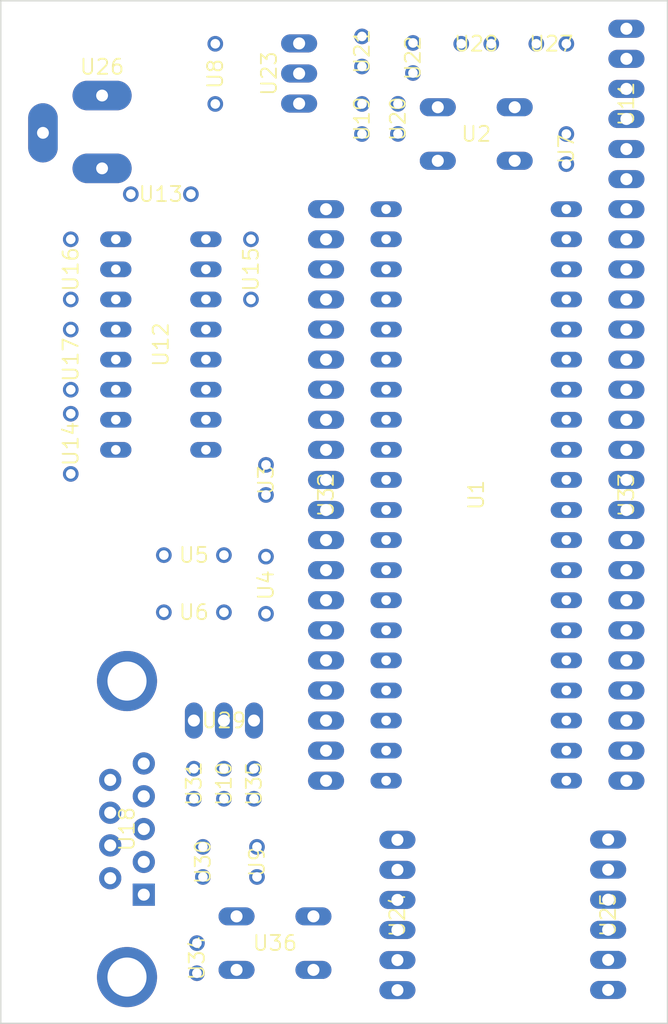
<source format=kicad_pcb>
(kicad_pcb (version 20221018) (generator pcbnew)
  (layers (0 "F.Cu" signal "Top") (31 "B.Cu" signal "Bottom") (34 "B.Paste" user) (35 "F.Paste" user) (36 "B.SilkS" user "B.Silkscreen") (37 "F.SilkS" user "F.Silkscreen") (38 "B.Mask" user) (39 "F.Mask" user) (44 "Edge.Cuts" user))
  (net 0 "")
  (net 1 "Net-(IC3-Pad40)")
  (net 2 "Net-(IC3-Pad39)")
  (net 3 "Net-(IC3-Pad38)")
  (net 4 "Net-(IC3-Pad37)")
  (net 5 "Net-(IC3-Pad36)")
  (net 6 "Net-(IC3-Pad35)")
  (net 7 "/MRF_INT")
  (net 8 "Net-(IC3-Pad33)")
  (net 9 "/3.3V_SRC")
  (net 10 "GND")
  (net 11 "Net-(IC3-Pad30)")
  (net 12 "Net-(IC3-Pad29)")
  (net 13 "Net-(IC3-Pad28)")
  (net 14 "Net-(IC3-Pad27)")
  (net 15 "/N$17")
  (net 16 "/N$21")
  (net 17 "/MRF_SDO")
  (net 18 "/MRF_SDI")
  (net 19 "Net-(IC3-Pad22)")
  (net 20 "Net-(IC3-Pad21)")
  (net 21 "Net-(IC3-Pad20)")
  (net 22 "Net-(IC3-Pad19)")
  (net 23 "/MRF_SCK")
  (net 24 "/MRF_CS")
  (net 25 "/MRF_WAKE")
  (net 26 "/MRF_RESET")
  (net 27 "/OSC2")
  (net 28 "/OS1")
  (net 29 "Net-(IC3-Pad10)")
  (net 30 "Net-(IC3-Pad9)")
  (net 31 "Net-(IC3-Pad8)")
  (net 32 "Net-(IC3-Pad7)")
  (net 33 "Net-(IC3-Pad6)")
  (net 34 "Net-(IC3-Pad5)")
  (net 35 "Net-(IC3-Pad4)")
  (net 36 "Net-(IC3-Pad3)")
  (net 37 "Net-(IC3-Pad2)")
  (net 38 "Net-(IC3-Pad1)")
  (net 39 "Net-(S1-Pad4)")
  (net 40 "Net-(S1-Pad2)")
  (net 41 "Net-(C6-Pad1)")
  (net 42 "Net-(LED3-PadA)")
  (net 43 "Net-(R5-Pad1)")
  (net 44 "Net-(JP3-Pad6)")
  (net 45 "Net-(IC2-Pad14)")
  (net 46 "Net-(IC2-Pad13)")
  (net 47 "Net-(IC2-Pad12)")
  (net 48 "Net-(IC2-Pad11)")
  (net 49 "Net-(C5-Pad2)")
  (net 50 "Net-(C2-Pad2)")
  (net 51 "Net-(C5-Pad1)")
  (net 52 "Net-(C4-Pad2)")
  (net 53 "Net-(IC2-Pad8)")
  (net 54 "Net-(IC2-Pad7)")
  (net 55 "Net-(C1-Pad1)")
  (net 56 "Net-(C4-Pad1)")
  (net 57 "Net-(X1-Pad9)")
  (net 58 "Net-(X1-Pad7)")
  (net 59 "Net-(X1-Pad1)")
  (net 60 "Net-(IC4-Pad1)")
  (net 61 "Net-(R8-Pad1)")
  (net 62 "Net-(JP4-Pad4)")
  (net 63 "Net-(X3-Pad3)")
  (net 64 "Net-(LED1-PadA)")
  (net 65 "Net-(R2-Pad1)")
  (net 66 "Net-(R6-Pad1)")
  (net 67 "Net-(LED2-PadA)")
  (net 68 "Net-(R1-Pad1)")
  (net 69 "Net-(S2-Pad4)")
  (net 70 "Net-(S2-Pad2)")
  (footprint "picDevBoard:DIL40" (layer "F.Cu") (at 160.520378 103.560879 -90)
    (fp_text reference "U1" (at 0 0 270) (layer "F.SilkS") (effects (font (size 1.27 1.27))))
    (fp_text value "" (at 0 0 270) (layer "F.SilkS") (effects (font (size 1.27 1.27))))
    (pad "1" thru_hole oval (at -24.13 7.62) (size 2.6416 1.3208) (drill 0.8128) (layers *.Cu *.Mask) (net 38 "Net-(IC3-Pad1)"))
    (pad "2" thru_hole oval (at -21.59 7.62) (size 2.6416 1.3208) (drill 0.8128) (layers *.Cu *.Mask) (net 37 "Net-(IC3-Pad2)"))
    (pad "3" thru_hole oval (at -19.05 7.62) (size 2.6416 1.3208) (drill 0.8128) (layers *.Cu *.Mask) (net 36 "Net-(IC3-Pad3)"))
    (pad "4" thru_hole oval (at -16.51 7.62) (size 2.6416 1.3208) (drill 0.8128) (layers *.Cu *.Mask) (net 35 "Net-(IC3-Pad4)"))
    (pad "5" thru_hole oval (at -13.97 7.62) (size 2.6416 1.3208) (drill 0.8128) (layers *.Cu *.Mask) (net 34 "Net-(IC3-Pad5)"))
    (pad "6" thru_hole oval (at -11.43 7.62) (size 2.6416 1.3208) (drill 0.8128) (layers *.Cu *.Mask) (net 33 "Net-(IC3-Pad6)"))
    (pad "7" thru_hole oval (at -8.89 7.62) (size 2.6416 1.3208) (drill 0.8128) (layers *.Cu *.Mask) (net 32 "Net-(IC3-Pad7)"))
    (pad "8" thru_hole oval (at -6.35 7.62) (size 2.6416 1.3208) (drill 0.8128) (layers *.Cu *.Mask) (net 31 "Net-(IC3-Pad8)"))
    (pad "9" thru_hole oval (at -3.81 7.62) (size 2.6416 1.3208) (drill 0.8128) (layers *.Cu *.Mask) (net 30 "Net-(IC3-Pad9)"))
    (pad "10" thru_hole oval (at -1.27 7.62) (size 2.6416 1.3208) (drill 0.8128) (layers *.Cu *.Mask) (net 29 "Net-(IC3-Pad10)"))
    (pad "11" thru_hole oval (at 1.27 7.62) (size 2.6416 1.3208) (drill 0.8128) (layers *.Cu *.Mask) (net 9 "/3.3V_SRC"))
    (pad "12" thru_hole oval (at 3.81 7.62) (size 2.6416 1.3208) (drill 0.8128) (layers *.Cu *.Mask) (net 10 "GND"))
    (pad "13" thru_hole oval (at 6.35 7.62) (size 2.6416 1.3208) (drill 0.8128) (layers *.Cu *.Mask) (net 28 "/OS1"))
    (pad "14" thru_hole oval (at 8.89 7.62) (size 2.6416 1.3208) (drill 0.8128) (layers *.Cu *.Mask) (net 27 "/OSC2"))
    (pad "15" thru_hole oval (at 11.43 7.62) (size 2.6416 1.3208) (drill 0.8128) (layers *.Cu *.Mask) (net 26 "/MRF_RESET"))
    (pad "16" thru_hole oval (at 13.97 7.62) (size 2.6416 1.3208) (drill 0.8128) (layers *.Cu *.Mask) (net 25 "/MRF_WAKE"))
    (pad "17" thru_hole oval (at 16.51 7.62) (size 2.6416 1.3208) (drill 0.8128) (layers *.Cu *.Mask) (net 24 "/MRF_CS"))
    (pad "18" thru_hole oval (at 19.05 7.62) (size 2.6416 1.3208) (drill 0.8128) (layers *.Cu *.Mask) (net 23 "/MRF_SCK"))
    (pad "19" thru_hole oval (at 21.59 7.62) (size 2.6416 1.3208) (drill 0.8128) (layers *.Cu *.Mask) (net 22 "Net-(IC3-Pad19)"))
    (pad "20" thru_hole oval (at 24.13 7.62) (size 2.6416 1.3208) (drill 0.8128) (layers *.Cu *.Mask) (net 21 "Net-(IC3-Pad20)"))
    (pad "21" thru_hole oval (at 24.13 -7.62) (size 2.6416 1.3208) (drill 0.8128) (layers *.Cu *.Mask) (net 20 "Net-(IC3-Pad21)"))
    (pad "22" thru_hole oval (at 21.59 -7.62) (size 2.6416 1.3208) (drill 0.8128) (layers *.Cu *.Mask) (net 19 "Net-(IC3-Pad22)"))
    (pad "23" thru_hole oval (at 19.05 -7.62) (size 2.6416 1.3208) (drill 0.8128) (layers *.Cu *.Mask) (net 18 "/MRF_SDI"))
    (pad "24" thru_hole oval (at 16.51 -7.62) (size 2.6416 1.3208) (drill 0.8128) (layers *.Cu *.Mask) (net 17 "/MRF_SDO"))
    (pad "25" thru_hole oval (at 13.97 -7.62) (size 2.6416 1.3208) (drill 0.8128) (layers *.Cu *.Mask) (net 16 "/N$21"))
    (pad "26" thru_hole oval (at 11.43 -7.62) (size 2.6416 1.3208) (drill 0.8128) (layers *.Cu *.Mask) (net 15 "/N$17"))
    (pad "27" thru_hole oval (at 8.89 -7.62) (size 2.6416 1.3208) (drill 0.8128) (layers *.Cu *.Mask) (net 14 "Net-(IC3-Pad27)"))
    (pad "28" thru_hole oval (at 6.35 -7.62) (size 2.6416 1.3208) (drill 0.8128) (layers *.Cu *.Mask) (net 13 "Net-(IC3-Pad28)"))
    (pad "29" thru_hole oval (at 3.81 -7.62) (size 2.6416 1.3208) (drill 0.8128) (layers *.Cu *.Mask) (net 12 "Net-(IC3-Pad29)"))
    (pad "30" thru_hole oval (at 1.27 -7.62) (size 2.6416 1.3208) (drill 0.8128) (layers *.Cu *.Mask) (net 11 "Net-(IC3-Pad30)"))
    (pad "31" thru_hole oval (at -1.27 -7.62) (size 2.6416 1.3208) (drill 0.8128) (layers *.Cu *.Mask) (net 10 "GND"))
    (pad "32" thru_hole oval (at -3.81 -7.62) (size 2.6416 1.3208) (drill 0.8128) (layers *.Cu *.Mask) (net 9 "/3.3V_SRC"))
    (pad "33" thru_hole oval (at -6.35 -7.62) (size 2.6416 1.3208) (drill 0.8128) (layers *.Cu *.Mask) (net 8 "Net-(IC3-Pad33)"))
    (pad "34" thru_hole oval (at -8.89 -7.62) (size 2.6416 1.3208) (drill 0.8128) (layers *.Cu *.Mask) (net 7 "/MRF_INT"))
    (pad "35" thru_hole oval (at -11.43 -7.62) (size 2.6416 1.3208) (drill 0.8128) (layers *.Cu *.Mask) (net 6 "Net-(IC3-Pad35)"))
    (pad "36" thru_hole oval (at -13.97 -7.62) (size 2.6416 1.3208) (drill 0.8128) (layers *.Cu *.Mask) (net 5 "Net-(IC3-Pad36)"))
    (pad "37" thru_hole oval (at -16.51 -7.62) (size 2.6416 1.3208) (drill 0.8128) (layers *.Cu *.Mask) (net 4 "Net-(IC3-Pad37)"))
    (pad "38" thru_hole oval (at -19.05 -7.62) (size 2.6416 1.3208) (drill 0.8128) (layers *.Cu *.Mask) (net 3 "Net-(IC3-Pad38)"))
    (pad "39" thru_hole oval (at -21.59 -7.62) (size 2.6416 1.3208) (drill 0.8128) (layers *.Cu *.Mask) (net 2 "Net-(IC3-Pad39)"))
    (pad "40" thru_hole oval (at -24.13 -7.62) (size 2.6416 1.3208) (drill 0.8128) (layers *.Cu *.Mask) (net 1 "Net-(IC3-Pad40)"))
  )
  (footprint "picDevBoard:B3F-10XX" (layer "F.Cu") (at 160.520378 73.080879)
    (fp_text reference "U2" (at 0 0) (layer "F.SilkS") (effects (font (size 1.27 1.27))))
    (fp_text value "" (at 0 0) (layer "F.SilkS") (effects (font (size 1.27 1.27))))
    (pad "1" thru_hole oval (at -3.2512 -2.2606) (size 3.048 1.524) (drill 1.016) (layers *.Cu *.Mask) (net 10 "GND"))
    (pad "2" thru_hole oval (at 3.2512 -2.2606) (size 3.048 1.524) (drill 1.016) (layers *.Cu *.Mask) (net 40 "Net-(S1-Pad2)"))
    (pad "3" thru_hole oval (at -3.2512 2.2606) (size 3.048 1.524) (drill 1.016) (layers *.Cu *.Mask) (net 38 "Net-(IC3-Pad1)"))
    (pad "4" thru_hole oval (at 3.2512 2.2606) (size 3.048 1.524) (drill 1.016) (layers *.Cu *.Mask) (net 39 "Net-(S1-Pad4)"))
  )
  (footprint "picDevBoard:C025-024X044" (layer "F.Cu") (at 142.740378 102.290879 -90)
    (fp_text reference "U3" (at 0 0 270) (layer "F.SilkS") (effects (font (size 1.27 1.27))))
    (fp_text value "" (at 0 0 270) (layer "F.SilkS") (effects (font (size 1.27 1.27))))
    (pad "1" thru_hole circle (at -1.27 0 270) (size 1.3208 1.3208) (drill 0.8128) (layers *.Cu *.Mask) (net 9 "/3.3V_SRC"))
    (pad "2" thru_hole circle (at 1.27 0 270) (size 1.3208 1.3208) (drill 0.8128) (layers *.Cu *.Mask) (net 10 "GND"))
  )
  (footprint "picDevBoard:HC49_S" (layer "F.Cu") (at 142.740378 111.180879 -90)
    (fp_text reference "U4" (at 0 0 270) (layer "F.SilkS") (effects (font (size 1.27 1.27))))
    (fp_text value "" (at 0 0 270) (layer "F.SilkS") (effects (font (size 1.27 1.27))))
    (pad "1" thru_hole circle (at -2.413 0 270) (size 1.3208 1.3208) (drill 0.8128) (layers *.Cu *.Mask) (net 28 "/OS1"))
    (pad "2" thru_hole circle (at 2.413 0 270) (size 1.3208 1.3208) (drill 0.8128) (layers *.Cu *.Mask) (net 27 "/OSC2"))
  )
  (footprint "picDevBoard:C050-024X044" (layer "F.Cu") (at 136.644378 108.640879 180)
    (fp_text reference "U5" (at 0 0 180) (layer "F.SilkS") (effects (font (size 1.27 1.27))))
    (fp_text value "" (at 0 0 180) (layer "F.SilkS") (effects (font (size 1.27 1.27))))
    (pad "1" thru_hole circle (at -2.54 0 180) (size 1.3208 1.3208) (drill 0.8128) (layers *.Cu *.Mask) (net 28 "/OS1"))
    (pad "2" thru_hole circle (at 2.54 0 180) (size 1.3208 1.3208) (drill 0.8128) (layers *.Cu *.Mask) (net 10 "GND"))
  )
  (footprint "picDevBoard:C050-024X044" (layer "F.Cu") (at 136.644378 113.466879 180)
    (fp_text reference "U6" (at 0 0 180) (layer "F.SilkS") (effects (font (size 1.27 1.27))))
    (fp_text value "" (at 0 0 180) (layer "F.SilkS") (effects (font (size 1.27 1.27))))
    (pad "1" thru_hole circle (at -2.54 0 180) (size 1.3208 1.3208) (drill 0.8128) (layers *.Cu *.Mask) (net 27 "/OSC2"))
    (pad "2" thru_hole circle (at 2.54 0 180) (size 1.3208 1.3208) (drill 0.8128) (layers *.Cu *.Mask) (net 10 "GND"))
  )
  (footprint "picDevBoard:V526-0" (layer "F.Cu") (at 168.140378 74.350879 -90)
    (fp_text reference "U7" (at 0 0 270) (layer "F.SilkS") (effects (font (size 1.27 1.27))))
    (fp_text value "" (at 0 0 270) (layer "F.SilkS") (effects (font (size 1.27 1.27))))
    (pad "1" thru_hole circle (at -1.27 0 270) (size 1.3208 1.3208) (drill 0.8128) (layers *.Cu *.Mask) (net 9 "/3.3V_SRC"))
    (pad "2" thru_hole circle (at 1.27 0 270) (size 1.3208 1.3208) (drill 0.8128) (layers *.Cu *.Mask) (net 38 "Net-(IC3-Pad1)"))
  )
  (footprint "picDevBoard:C050-025X075" (layer "F.Cu") (at 138.452878 68.000879 -90)
    (fp_text reference "U8" (at 0 0 270) (layer "F.SilkS") (effects (font (size 1.27 1.27))))
    (fp_text value "" (at 0 0 270) (layer "F.SilkS") (effects (font (size 1.27 1.27))))
    (pad "1" thru_hole circle (at -2.54 0 270) (size 1.3208 1.3208) (drill 0.8128) (layers *.Cu *.Mask) (net 41 "Net-(C6-Pad1)"))
    (pad "2" thru_hole circle (at 2.54 0 270) (size 1.3208 1.3208) (drill 0.8128) (layers *.Cu *.Mask) (net 10 "GND"))
  )
  (footprint "picDevBoard:LED3MM" (layer "F.Cu") (at 141.978378 134.548879 -90)
    (fp_text reference "U9" (at 0 0 270) (layer "F.SilkS") (effects (font (size 1.27 1.27))))
    (fp_text value "" (at 0 0 270) (layer "F.SilkS") (effects (font (size 1.27 1.27))))
    (pad "A" thru_hole circle (at -1.27 0 270) (size 1.3208 1.3208) (drill 0.8128) (layers *.Cu *.Mask) (net 42 "Net-(LED3-PadA)"))
    (pad "K" thru_hole circle (at 1.27 0 270) (size 1.3208 1.3208) (drill 0.8128) (layers *.Cu *.Mask) (net 10 "GND"))
  )
  (footprint "picDevBoard:V526-0" (layer "F.Cu") (at 139.184378 127.944879 -90)
    (fp_text reference "U10" (at 0 0 270) (layer "F.SilkS") (effects (font (size 1.27 1.27))))
    (fp_text value "" (at 0 0 270) (layer "F.SilkS") (effects (font (size 1.27 1.27))))
    (pad "1" thru_hole circle (at -1.27 0 270) (size 1.3208 1.3208) (drill 0.8128) (layers *.Cu *.Mask) (net 43 "Net-(R5-Pad1)"))
    (pad "2" thru_hole circle (at 1.27 0 270) (size 1.3208 1.3208) (drill 0.8128) (layers *.Cu *.Mask) (net 42 "Net-(LED3-PadA)"))
  )
  (footprint "picDevBoard:1X06" (layer "F.Cu") (at 173.220378 70.540879 90)
    (fp_text reference "U11" (at 0 0 90) (layer "F.SilkS") (effects (font (size 1.27 1.27))))
    (fp_text value "" (at 0 0 90) (layer "F.SilkS") (effects (font (size 1.27 1.27))))
    (pad "1" thru_hole oval (at -6.35 0 180) (size 3.048 1.524) (drill 1.016) (layers *.Cu *.Mask) (net 38 "Net-(IC3-Pad1)"))
    (pad "2" thru_hole oval (at -3.81 0 180) (size 3.048 1.524) (drill 1.016) (layers *.Cu *.Mask) (net 9 "/3.3V_SRC"))
    (pad "3" thru_hole oval (at -1.27 0 180) (size 3.048 1.524) (drill 1.016) (layers *.Cu *.Mask) (net 10 "GND"))
    (pad "4" thru_hole oval (at 1.27 0 180) (size 3.048 1.524) (drill 1.016) (layers *.Cu *.Mask) (net 1 "Net-(IC3-Pad40)"))
    (pad "5" thru_hole oval (at 3.81 0 180) (size 3.048 1.524) (drill 1.016) (layers *.Cu *.Mask) (net 2 "Net-(IC3-Pad39)"))
    (pad "6" thru_hole oval (at 6.35 0 180) (size 3.048 1.524) (drill 1.016) (layers *.Cu *.Mask) (net 44 "Net-(JP3-Pad6)"))
  )
  (footprint "picDevBoard:DIL16" (layer "F.Cu") (at 133.850378 90.860879 -90)
    (fp_text reference "U12" (at 0 0 270) (layer "F.SilkS") (effects (font (size 1.27 1.27))))
    (fp_text value "" (at 0 0 270) (layer "F.SilkS") (effects (font (size 1.27 1.27))))
    (pad "1" thru_hole oval (at -8.89 3.81) (size 2.6416 1.3208) (drill 0.8128) (layers *.Cu *.Mask) (net 56 "Net-(C4-Pad1)"))
    (pad "2" thru_hole oval (at -6.35 3.81) (size 2.6416 1.3208) (drill 0.8128) (layers *.Cu *.Mask) (net 55 "Net-(C1-Pad1)"))
    (pad "3" thru_hole oval (at -3.81 3.81) (size 2.6416 1.3208) (drill 0.8128) (layers *.Cu *.Mask) (net 52 "Net-(C4-Pad2)"))
    (pad "4" thru_hole oval (at -1.27 3.81) (size 2.6416 1.3208) (drill 0.8128) (layers *.Cu *.Mask) (net 51 "Net-(C5-Pad1)"))
    (pad "5" thru_hole oval (at 1.27 3.81) (size 2.6416 1.3208) (drill 0.8128) (layers *.Cu *.Mask) (net 49 "Net-(C5-Pad2)"))
    (pad "6" thru_hole oval (at 3.81 3.81) (size 2.6416 1.3208) (drill 0.8128) (layers *.Cu *.Mask) (net 50 "Net-(C2-Pad2)"))
    (pad "7" thru_hole oval (at 6.35 3.81) (size 2.6416 1.3208) (drill 0.8128) (layers *.Cu *.Mask) (net 54 "Net-(IC2-Pad7)"))
    (pad "8" thru_hole oval (at 8.89 3.81) (size 2.6416 1.3208) (drill 0.8128) (layers *.Cu *.Mask) (net 53 "Net-(IC2-Pad8)"))
    (pad "9" thru_hole oval (at 8.89 -3.81) (size 2.6416 1.3208) (drill 0.8128) (layers *.Cu *.Mask) (net 15 "/N$17"))
    (pad "10" thru_hole oval (at 6.35 -3.81) (size 2.6416 1.3208) (drill 0.8128) (layers *.Cu *.Mask) (net 16 "/N$21"))
    (pad "11" thru_hole oval (at 3.81 -3.81) (size 2.6416 1.3208) (drill 0.8128) (layers *.Cu *.Mask) (net 48 "Net-(IC2-Pad11)"))
    (pad "12" thru_hole oval (at 1.27 -3.81) (size 2.6416 1.3208) (drill 0.8128) (layers *.Cu *.Mask) (net 47 "Net-(IC2-Pad12)"))
    (pad "13" thru_hole oval (at -1.27 -3.81) (size 2.6416 1.3208) (drill 0.8128) (layers *.Cu *.Mask) (net 46 "Net-(IC2-Pad13)"))
    (pad "14" thru_hole oval (at -3.81 -3.81) (size 2.6416 1.3208) (drill 0.8128) (layers *.Cu *.Mask) (net 45 "Net-(IC2-Pad14)"))
    (pad "15" thru_hole oval (at -6.35 -3.81) (size 2.6416 1.3208) (drill 0.8128) (layers *.Cu *.Mask) (net 10 "GND"))
    (pad "16" thru_hole oval (at -8.89 -3.81) (size 2.6416 1.3208) (drill 0.8128) (layers *.Cu *.Mask) (net 9 "/3.3V_SRC"))
  )
  (footprint "picDevBoard:C050-024X044" (layer "F.Cu") (at 133.850378 78.160879)
    (fp_text reference "U13" (at 0 0) (layer "F.SilkS") (effects (font (size 1.27 1.27))))
    (fp_text value "" (at 0 0) (layer "F.SilkS") (effects (font (size 1.27 1.27))))
    (pad "1" thru_hole circle (at -2.54 0) (size 1.3208 1.3208) (drill 0.8128) (layers *.Cu *.Mask) (net 55 "Net-(C1-Pad1)"))
    (pad "2" thru_hole circle (at 2.54 0) (size 1.3208 1.3208) (drill 0.8128) (layers *.Cu *.Mask) (net 9 "/3.3V_SRC"))
  )
  (footprint "picDevBoard:C050-024X044" (layer "F.Cu") (at 126.230378 99.242879 90)
    (fp_text reference "U14" (at 0 0 90) (layer "F.SilkS") (effects (font (size 1.27 1.27))))
    (fp_text value "" (at 0 0 90) (layer "F.SilkS") (effects (font (size 1.27 1.27))))
    (pad "1" thru_hole circle (at -2.54 0 90) (size 1.3208 1.3208) (drill 0.8128) (layers *.Cu *.Mask) (net 10 "GND"))
    (pad "2" thru_hole circle (at 2.54 0 90) (size 1.3208 1.3208) (drill 0.8128) (layers *.Cu *.Mask) (net 50 "Net-(C2-Pad2)"))
  )
  (footprint "picDevBoard:C050-024X044" (layer "F.Cu") (at 141.470378 84.510879 -90)
    (fp_text reference "U15" (at 0 0 270) (layer "F.SilkS") (effects (font (size 1.27 1.27))))
    (fp_text value "" (at 0 0 270) (layer "F.SilkS") (effects (font (size 1.27 1.27))))
    (pad "1" thru_hole circle (at -2.54 0 270) (size 1.3208 1.3208) (drill 0.8128) (layers *.Cu *.Mask) (net 9 "/3.3V_SRC"))
    (pad "2" thru_hole circle (at 2.54 0 270) (size 1.3208 1.3208) (drill 0.8128) (layers *.Cu *.Mask) (net 10 "GND"))
  )
  (footprint "picDevBoard:C050-024X044" (layer "F.Cu") (at 126.230378 84.510879 -90)
    (fp_text reference "U16" (at 0 0 270) (layer "F.SilkS") (effects (font (size 1.27 1.27))))
    (fp_text value "" (at 0 0 270) (layer "F.SilkS") (effects (font (size 1.27 1.27))))
    (pad "1" thru_hole circle (at -2.54 0 270) (size 1.3208 1.3208) (drill 0.8128) (layers *.Cu *.Mask) (net 56 "Net-(C4-Pad1)"))
    (pad "2" thru_hole circle (at 2.54 0 270) (size 1.3208 1.3208) (drill 0.8128) (layers *.Cu *.Mask) (net 52 "Net-(C4-Pad2)"))
  )
  (footprint "picDevBoard:C050-024X044" (layer "F.Cu") (at 126.230378 92.130879 -90)
    (fp_text reference "U17" (at 0 0 270) (layer "F.SilkS") (effects (font (size 1.27 1.27))))
    (fp_text value "" (at 0 0 270) (layer "F.SilkS") (effects (font (size 1.27 1.27))))
    (pad "1" thru_hole circle (at -2.54 0 270) (size 1.3208 1.3208) (drill 0.8128) (layers *.Cu *.Mask) (net 51 "Net-(C5-Pad1)"))
    (pad "2" thru_hole circle (at 2.54 0 270) (size 1.3208 1.3208) (drill 0.8128) (layers *.Cu *.Mask) (net 49 "Net-(C5-Pad2)"))
  )
  (footprint "picDevBoard:DB9" (layer "F.Cu") (at 127.8128 131.7752 90)
    (fp_text reference "U18" (at 0 3.175 90) (layer "F.SilkS") (effects (font (size 1.27 1.27))))
    (fp_text value "" (at 0 3.175 90) (layer "F.SilkS") (effects (font (size 1.27 1.27))))
    (pad "1" thru_hole rect locked (at -5.54 4.595 90) (size 1.8796 1.8796) (drill 1.016) (layers *.Cu *.Mask) (net 59 "Net-(X1-Pad1)"))
    (pad "2" thru_hole circle locked (at -2.77 4.595 90) (size 1.8796 1.8796) (drill 1.016) (layers *.Cu *.Mask) (net 54 "Net-(IC2-Pad7)"))
    (pad "3" thru_hole circle locked (at 0 4.595 90) (size 1.8796 1.8796) (drill 1.016) (layers *.Cu *.Mask) (net 53 "Net-(IC2-Pad8)"))
    (pad "4" thru_hole circle locked (at 2.77 4.595 90) (size 1.8796 1.8796) (drill 1.016) (layers *.Cu *.Mask) (net 59 "Net-(X1-Pad1)"))
    (pad "5" thru_hole circle locked (at 5.54 4.595 90) (size 1.8796 1.8796) (drill 1.016) (layers *.Cu *.Mask) (net 10 "GND"))
    (pad "6" thru_hole circle locked (at -4.15 1.755 90) (size 1.8796 1.8796) (drill 1.016) (layers *.Cu *.Mask) (net 59 "Net-(X1-Pad1)"))
    (pad "7" thru_hole circle locked (at -1.38 1.755 90) (size 1.8796 1.8796) (drill 1.016) (layers *.Cu *.Mask) (net 58 "Net-(X1-Pad7)"))
    (pad "8" thru_hole circle locked (at 1.38 1.755 90) (size 1.8796 1.8796) (drill 1.016) (layers *.Cu *.Mask) (net 58 "Net-(X1-Pad7)"))
    (pad "9" thru_hole circle locked (at 4.15 1.755 90) (size 1.8796 1.8796) (drill 1.016) (layers *.Cu *.Mask) (net 57 "Net-(X1-Pad9)"))
    (pad "G1" thru_hole circle locked (at -12.5 3.175 90) (size 5.08 5.08) (drill 3.302) (layers *.Cu *.Mask))
    (pad "G2" thru_hole circle locked (at 12.5 3.175 90) (size 5.08 5.08) (drill 3.302) (layers *.Cu *.Mask))
  )
  (footprint "picDevBoard:V526-0" (layer "F.Cu") (at 150.858178 71.810879 90)
    (fp_text reference "U19" (at 0 0 90) (layer "F.SilkS") (effects (font (size 1.27 1.27))))
    (fp_text value "" (at 0 0 90) (layer "F.SilkS") (effects (font (size 1.27 1.27))))
    (pad "1" thru_hole circle (at -1.27 0 90) (size 1.3208 1.3208) (drill 0.8128) (layers *.Cu *.Mask) (net 61 "Net-(R8-Pad1)"))
    (pad "2" thru_hole circle (at 1.27 0 90) (size 1.3208 1.3208) (drill 0.8128) (layers *.Cu *.Mask) (net 60 "Net-(IC4-Pad1)"))
  )
  (footprint "picDevBoard:V526-0" (layer "F.Cu") (at 153.9 71.8 -90)
    (fp_text reference "U20" (at 0 0 270) (layer "F.SilkS") (effects (font (size 1.27 1.27))))
    (fp_text value "" (at 0 0 270) (layer "F.SilkS") (effects (font (size 1.27 1.27))))
    (pad "1" thru_hole circle (at -1.27 0 270) (size 1.3208 1.3208) (drill 0.8128) (layers *.Cu *.Mask) (net 10 "GND"))
    (pad "2" thru_hole circle (at 1.27 0 270) (size 1.3208 1.3208) (drill 0.8128) (layers *.Cu *.Mask) (net 61 "Net-(R8-Pad1)"))
  )
  (footprint "picDevBoard:V526-0" (layer "F.Cu") (at 150.858178 66.11 90)
    (fp_text reference "U21" (at 0 0 90) (layer "F.SilkS") (effects (font (size 1.27 1.27))))
    (fp_text value "" (at 0 0 90) (layer "F.SilkS") (effects (font (size 1.27 1.27))))
    (pad "1" thru_hole circle (at -1.27 0 90) (size 1.3208 1.3208) (drill 0.8128) (layers *.Cu *.Mask) (net 60 "Net-(IC4-Pad1)"))
    (pad "2" thru_hole circle (at 1.27 0 90) (size 1.3208 1.3208) (drill 0.8128) (layers *.Cu *.Mask) (net 9 "/3.3V_SRC"))
  )
  (footprint "picDevBoard:C025-024X044" (layer "F.Cu") (at 155.17 66.66 -90)
    (fp_text reference "U22" (at 0 0 270) (layer "F.SilkS") (effects (font (size 1.27 1.27))))
    (fp_text value "" (at 0 0 270) (layer "F.SilkS") (effects (font (size 1.27 1.27))))
    (pad "1" thru_hole circle (at -1.27 0 270) (size 1.3208 1.3208) (drill 0.8128) (layers *.Cu *.Mask) (net 9 "/3.3V_SRC"))
    (pad "2" thru_hole circle (at 1.27 0 270) (size 1.3208 1.3208) (drill 0.8128) (layers *.Cu *.Mask) (net 10 "GND"))
  )
  (footprint "picDevBoard:317TS" (layer "F.Cu") (at 145.542 67.9704 90)
    (fp_text reference "U23" (at 0 -2.54 90) (layer "F.SilkS") (effects (font (size 1.27 1.27))))
    (fp_text value "" (at 0 -2.54 90) (layer "F.SilkS") (effects (font (size 1.27 1.27))))
    (pad "1" thru_hole oval (at -2.54 0 180) (size 3.048 1.524) (drill 1.016) (layers *.Cu *.Mask) (net 60 "Net-(IC4-Pad1)"))
    (pad "2" thru_hole oval (at 0 0 180) (size 3.048 1.524) (drill 1.016) (layers *.Cu *.Mask) (net 9 "/3.3V_SRC"))
    (pad "3" thru_hole oval (at 2.54 0 180) (size 3.048 1.524) (drill 1.016) (layers *.Cu *.Mask) (net 41 "Net-(C6-Pad1)"))
  )
  (footprint "picDevBoard:1X06" (layer "F.Cu") (at 153.855478 139.029379 90)
    (fp_text reference "U24" (at 0 0 90) (layer "F.SilkS") (effects (font (size 1.27 1.27))))
    (fp_text value "" (at 0 0 90) (layer "F.SilkS") (effects (font (size 1.27 1.27))))
    (pad "1" thru_hole oval locked (at -6.35 0 180) (size 3.048 1.524) (drill 1.016) (layers *.Cu *.Mask) (net 10 "GND"))
    (pad "2" thru_hole oval locked (at -3.81 0 180) (size 3.048 1.524) (drill 1.016) (layers *.Cu *.Mask) (net 10 "GND"))
    (pad "3" thru_hole oval locked (at -1.27 0 180) (size 3.048 1.524) (drill 1.016) (layers *.Cu *.Mask) (net 9 "/3.3V_SRC"))
    (pad "4" thru_hole oval locked (at 1.27 0 180) (size 3.048 1.524) (drill 1.016) (layers *.Cu *.Mask) (net 62 "Net-(JP4-Pad4)"))
    (pad "5" thru_hole oval locked (at 3.81 0 180) (size 3.048 1.524) (drill 1.016) (layers *.Cu *.Mask) (net 24 "/MRF_CS"))
    (pad "6" thru_hole oval locked (at 6.35 0 180) (size 3.048 1.524) (drill 1.016) (layers *.Cu *.Mask) (net 18 "/MRF_SDI"))
  )
  (footprint "picDevBoard:1X06" (layer "F.Cu") (at 171.676178 139.009079 -90)
    (fp_text reference "U25" (at 0 0 270) (layer "F.SilkS") (effects (font (size 1.27 1.27))))
    (fp_text value "" (at 0 0 270) (layer "F.SilkS") (effects (font (size 1.27 1.27))))
    (pad "1" thru_hole oval locked (at -6.35 0) (size 3.048 1.524) (drill 1.016) (layers *.Cu *.Mask) (net 23 "/MRF_SCK"))
    (pad "2" thru_hole oval locked (at -3.81 0) (size 3.048 1.524) (drill 1.016) (layers *.Cu *.Mask) (net 17 "/MRF_SDO"))
    (pad "3" thru_hole oval locked (at -1.27 0) (size 3.048 1.524) (drill 1.016) (layers *.Cu *.Mask) (net 7 "/MRF_INT"))
    (pad "4" thru_hole oval locked (at 1.27 0) (size 3.048 1.524) (drill 1.016) (layers *.Cu *.Mask) (net 25 "/MRF_WAKE"))
    (pad "5" thru_hole oval locked (at 3.81 0) (size 3.048 1.524) (drill 1.016) (layers *.Cu *.Mask) (net 26 "/MRF_RESET"))
    (pad "6" thru_hole oval locked (at 6.35 0) (size 3.048 1.524) (drill 1.016) (layers *.Cu *.Mask) (net 10 "GND"))
  )
  (footprint "picDevBoard:733980-62" (layer "F.Cu") (at 128.8796 69.9516 180)
    (fp_text reference "U26" (at 0 2.54 180) (layer "F.SilkS") (effects (font (size 1.27 1.27))))
    (fp_text value "" (at 0 2.54 180) (layer "F.SilkS") (effects (font (size 1.27 1.27))))
    (pad "1" thru_hole oval locked (at 0 -6.03 180) (size 5 2.5) (drill 1) (layers *.Cu *.Mask) (net 10 "GND"))
    (pad "2" thru_hole oval locked (at 0 0.12 180) (size 5 2.5) (drill 1) (layers *.Cu *.Mask) (net 41 "Net-(C6-Pad1)"))
    (pad "3" thru_hole oval locked (at 5 -3.03 270) (size 5 2.5) (drill 1) (layers *.Cu *.Mask) (net 63 "Net-(X3-Pad3)"))
  )
  (footprint "picDevBoard:LED3MM" (layer "F.Cu") (at 166.870378 65.460879)
    (fp_text reference "U27" (at 0 0) (layer "F.SilkS") (effects (font (size 1.27 1.27))))
    (fp_text value "" (at 0 0) (layer "F.SilkS") (effects (font (size 1.27 1.27))))
    (pad "A" thru_hole circle (at -1.27 0) (size 1.3208 1.3208) (drill 0.8128) (layers *.Cu *.Mask) (net 64 "Net-(LED1-PadA)"))
    (pad "K" thru_hole circle (at 1.27 0) (size 1.3208 1.3208) (drill 0.8128) (layers *.Cu *.Mask) (net 10 "GND"))
  )
  (footprint "picDevBoard:V526-0" (layer "F.Cu") (at 160.520378 65.460879)
    (fp_text reference "U28" (at 0 0) (layer "F.SilkS") (effects (font (size 1.27 1.27))))
    (fp_text value "" (at 0 0) (layer "F.SilkS") (effects (font (size 1.27 1.27))))
    (pad "1" thru_hole circle (at -1.27 0) (size 1.3208 1.3208) (drill 0.8128) (layers *.Cu *.Mask) (net 9 "/3.3V_SRC"))
    (pad "2" thru_hole circle (at 1.27 0) (size 1.3208 1.3208) (drill 0.8128) (layers *.Cu *.Mask) (net 64 "Net-(LED1-PadA)"))
  )
  (footprint "picDevBoard:MA03-1" (layer "F.Cu") (at 139.184378 122.610879)
    (fp_text reference "U29" (at 0 0) (layer "F.SilkS") (effects (font (size 1.27 1.27))))
    (fp_text value "" (at 0 0) (layer "F.SilkS") (effects (font (size 1.27 1.27))))
    (pad "1" thru_hole oval (at -2.54 0 90) (size 3.048 1.524) (drill 1.016) (layers *.Cu *.Mask) (net 66 "Net-(R6-Pad1)"))
    (pad "2" thru_hole oval (at 0 0 90) (size 3.048 1.524) (drill 1.016) (layers *.Cu *.Mask) (net 43 "Net-(R5-Pad1)"))
    (pad "3" thru_hole oval (at 2.54 0 90) (size 3.048 1.524) (drill 1.016) (layers *.Cu *.Mask) (net 65 "Net-(R2-Pad1)"))
  )
  (footprint "picDevBoard:LED3MM" (layer "F.Cu") (at 137.406378 134.548879 -90)
    (fp_text reference "U30" (at 0 0 270) (layer "F.SilkS") (effects (font (size 1.27 1.27))))
    (fp_text value "" (at 0 0 270) (layer "F.SilkS") (effects (font (size 1.27 1.27))))
    (pad "A" thru_hole circle (at -1.27 0 270) (size 1.3208 1.3208) (drill 0.8128) (layers *.Cu *.Mask) (net 67 "Net-(LED2-PadA)"))
    (pad "K" thru_hole circle (at 1.27 0 270) (size 1.3208 1.3208) (drill 0.8128) (layers *.Cu *.Mask) (net 10 "GND"))
  )
  (footprint "picDevBoard:V526-0" (layer "F.Cu") (at 136.644378 127.944879 -90)
    (fp_text reference "U31" (at 0 0 270) (layer "F.SilkS") (effects (font (size 1.27 1.27))))
    (fp_text value "" (at 0 0 270) (layer "F.SilkS") (effects (font (size 1.27 1.27))))
    (pad "1" thru_hole circle (at -1.27 0 270) (size 1.3208 1.3208) (drill 0.8128) (layers *.Cu *.Mask) (net 66 "Net-(R6-Pad1)"))
    (pad "2" thru_hole circle (at 1.27 0 270) (size 1.3208 1.3208) (drill 0.8128) (layers *.Cu *.Mask) (net 67 "Net-(LED2-PadA)"))
  )
  (footprint "picDevBoard:MA20-1" (layer "F.Cu") (at 147.820378 103.560879 90)
    (fp_text reference "U32" (at 0 0 90) (layer "F.SilkS") (effects (font (size 1.27 1.27))))
    (fp_text value "" (at 0 0 90) (layer "F.SilkS") (effects (font (size 1.27 1.27))))
    (pad "1" thru_hole oval (at -24.13 0 180) (size 3.048 1.524) (drill 1.016) (layers *.Cu *.Mask) (net 21 "Net-(IC3-Pad20)"))
    (pad "2" thru_hole oval (at -21.59 0 180) (size 3.048 1.524) (drill 1.016) (layers *.Cu *.Mask) (net 22 "Net-(IC3-Pad19)"))
    (pad "3" thru_hole oval (at -19.05 0 180) (size 3.048 1.524) (drill 1.016) (layers *.Cu *.Mask) (net 23 "/MRF_SCK"))
    (pad "4" thru_hole oval (at -16.51 0 180) (size 3.048 1.524) (drill 1.016) (layers *.Cu *.Mask) (net 24 "/MRF_CS"))
    (pad "5" thru_hole oval (at -13.97 0 180) (size 3.048 1.524) (drill 1.016) (layers *.Cu *.Mask) (net 25 "/MRF_WAKE"))
    (pad "6" thru_hole oval (at -11.43 0 180) (size 3.048 1.524) (drill 1.016) (layers *.Cu *.Mask) (net 26 "/MRF_RESET"))
    (pad "7" thru_hole oval (at -8.89 0 180) (size 3.048 1.524) (drill 1.016) (layers *.Cu *.Mask) (net 27 "/OSC2"))
    (pad "8" thru_hole oval (at -6.35 0 180) (size 3.048 1.524) (drill 1.016) (layers *.Cu *.Mask) (net 28 "/OS1"))
    (pad "9" thru_hole oval (at -3.81 0 180) (size 3.048 1.524) (drill 1.016) (layers *.Cu *.Mask) (net 10 "GND"))
    (pad "10" thru_hole oval (at -1.27 0 180) (size 3.048 1.524) (drill 1.016) (layers *.Cu *.Mask) (net 9 "/3.3V_SRC"))
    (pad "11" thru_hole oval (at 1.27 0 180) (size 3.048 1.524) (drill 1.016) (layers *.Cu *.Mask) (net 29 "Net-(IC3-Pad10)"))
    (pad "12" thru_hole oval (at 3.81 0 180) (size 3.048 1.524) (drill 1.016) (layers *.Cu *.Mask) (net 30 "Net-(IC3-Pad9)"))
    (pad "13" thru_hole oval (at 6.35 0 180) (size 3.048 1.524) (drill 1.016) (layers *.Cu *.Mask) (net 31 "Net-(IC3-Pad8)"))
    (pad "14" thru_hole oval (at 8.89 0 180) (size 3.048 1.524) (drill 1.016) (layers *.Cu *.Mask) (net 32 "Net-(IC3-Pad7)"))
    (pad "15" thru_hole oval (at 11.43 0 180) (size 3.048 1.524) (drill 1.016) (layers *.Cu *.Mask) (net 33 "Net-(IC3-Pad6)"))
    (pad "16" thru_hole oval (at 13.97 0 180) (size 3.048 1.524) (drill 1.016) (layers *.Cu *.Mask) (net 34 "Net-(IC3-Pad5)"))
    (pad "17" thru_hole oval (at 16.51 0 180) (size 3.048 1.524) (drill 1.016) (layers *.Cu *.Mask) (net 35 "Net-(IC3-Pad4)"))
    (pad "18" thru_hole oval (at 19.05 0 180) (size 3.048 1.524) (drill 1.016) (layers *.Cu *.Mask) (net 36 "Net-(IC3-Pad3)"))
    (pad "19" thru_hole oval (at 21.59 0 180) (size 3.048 1.524) (drill 1.016) (layers *.Cu *.Mask) (net 37 "Net-(IC3-Pad2)"))
    (pad "20" thru_hole oval (at 24.13 0 180) (size 3.048 1.524) (drill 1.016) (layers *.Cu *.Mask) (net 38 "Net-(IC3-Pad1)"))
  )
  (footprint "picDevBoard:MA20-1" (layer "F.Cu") (at 173.220378 103.560879 -90)
    (fp_text reference "U33" (at 0 0 270) (layer "F.SilkS") (effects (font (size 1.27 1.27))))
    (fp_text value "" (at 0 0 270) (layer "F.SilkS") (effects (font (size 1.27 1.27))))
    (pad "1" thru_hole oval (at -24.13 0) (size 3.048 1.524) (drill 1.016) (layers *.Cu *.Mask) (net 1 "Net-(IC3-Pad40)"))
    (pad "2" thru_hole oval (at -21.59 0) (size 3.048 1.524) (drill 1.016) (layers *.Cu *.Mask) (net 2 "Net-(IC3-Pad39)"))
    (pad "3" thru_hole oval (at -19.05 0) (size 3.048 1.524) (drill 1.016) (layers *.Cu *.Mask) (net 3 "Net-(IC3-Pad38)"))
    (pad "4" thru_hole oval (at -16.51 0) (size 3.048 1.524) (drill 1.016) (layers *.Cu *.Mask) (net 4 "Net-(IC3-Pad37)"))
    (pad "5" thru_hole oval (at -13.97 0) (size 3.048 1.524) (drill 1.016) (layers *.Cu *.Mask) (net 5 "Net-(IC3-Pad36)"))
    (pad "6" thru_hole oval (at -11.43 0) (size 3.048 1.524) (drill 1.016) (layers *.Cu *.Mask) (net 6 "Net-(IC3-Pad35)"))
    (pad "7" thru_hole oval (at -8.89 0) (size 3.048 1.524) (drill 1.016) (layers *.Cu *.Mask) (net 7 "/MRF_INT"))
    (pad "8" thru_hole oval (at -6.35 0) (size 3.048 1.524) (drill 1.016) (layers *.Cu *.Mask) (net 8 "Net-(IC3-Pad33)"))
    (pad "9" thru_hole oval (at -3.81 0) (size 3.048 1.524) (drill 1.016) (layers *.Cu *.Mask) (net 9 "/3.3V_SRC"))
    (pad "10" thru_hole oval (at -1.27 0) (size 3.048 1.524) (drill 1.016) (layers *.Cu *.Mask) (net 10 "GND"))
    (pad "11" thru_hole oval (at 1.27 0) (size 3.048 1.524) (drill 1.016) (layers *.Cu *.Mask) (net 11 "Net-(IC3-Pad30)"))
    (pad "12" thru_hole oval (at 3.81 0) (size 3.048 1.524) (drill 1.016) (layers *.Cu *.Mask) (net 12 "Net-(IC3-Pad29)"))
    (pad "13" thru_hole oval (at 6.35 0) (size 3.048 1.524) (drill 1.016) (layers *.Cu *.Mask) (net 13 "Net-(IC3-Pad28)"))
    (pad "14" thru_hole oval (at 8.89 0) (size 3.048 1.524) (drill 1.016) (layers *.Cu *.Mask) (net 14 "Net-(IC3-Pad27)"))
    (pad "15" thru_hole oval (at 11.43 0) (size 3.048 1.524) (drill 1.016) (layers *.Cu *.Mask) (net 15 "/N$17"))
    (pad "16" thru_hole oval (at 13.97 0) (size 3.048 1.524) (drill 1.016) (layers *.Cu *.Mask) (net 16 "/N$21"))
    (pad "17" thru_hole oval (at 16.51 0) (size 3.048 1.524) (drill 1.016) (layers *.Cu *.Mask) (net 17 "/MRF_SDO"))
    (pad "18" thru_hole oval (at 19.05 0) (size 3.048 1.524) (drill 1.016) (layers *.Cu *.Mask) (net 18 "/MRF_SDI"))
    (pad "19" thru_hole oval (at 21.59 0) (size 3.048 1.524) (drill 1.016) (layers *.Cu *.Mask) (net 19 "Net-(IC3-Pad22)"))
    (pad "20" thru_hole oval (at 24.13 0) (size 3.048 1.524) (drill 1.016) (layers *.Cu *.Mask) (net 20 "Net-(IC3-Pad21)"))
  )
  (footprint "picDevBoard:V526-0" (layer "F.Cu") (at 136.898378 142.676879 -90)
    (fp_text reference "U34" (at 0 0 270) (layer "F.SilkS") (effects (font (size 1.27 1.27))))
    (fp_text value "" (at 0 0 270) (layer "F.SilkS") (effects (font (size 1.27 1.27))))
    (pad "1" thru_hole circle (at -1.27 0 270) (size 1.3208 1.3208) (drill 0.8128) (layers *.Cu *.Mask) (net 68 "Net-(R1-Pad1)"))
    (pad "2" thru_hole circle (at 1.27 0 270) (size 1.3208 1.3208) (drill 0.8128) (layers *.Cu *.Mask) (net 10 "GND"))
  )
  (footprint "picDevBoard:V526-0" (layer "F.Cu") (at 141.724378 127.944879 -90)
    (fp_text reference "U35" (at 0 0 270) (layer "F.SilkS") (effects (font (size 1.27 1.27))))
    (fp_text value "" (at 0 0 270) (layer "F.SilkS") (effects (font (size 1.27 1.27))))
    (pad "1" thru_hole circle (at -1.27 0 270) (size 1.3208 1.3208) (drill 0.8128) (layers *.Cu *.Mask) (net 65 "Net-(R2-Pad1)"))
    (pad "2" thru_hole circle (at 1.27 0 270) (size 1.3208 1.3208) (drill 0.8128) (layers *.Cu *.Mask) (net 68 "Net-(R1-Pad1)"))
  )
  (footprint "picDevBoard:B3F-10XX" (layer "F.Cu") (at 143.502378 141.406879 180)
    (fp_text reference "U36" (at 0 0 180) (layer "F.SilkS") (effects (font (size 1.27 1.27))))
    (fp_text value "" (at 0 0 180) (layer "F.SilkS") (effects (font (size 1.27 1.27))))
    (pad "1" thru_hole oval (at -3.2512 -2.2606 180) (size 3.048 1.524) (drill 1.016) (layers *.Cu *.Mask) (net 9 "/3.3V_SRC"))
    (pad "2" thru_hole oval (at 3.2512 -2.2606 180) (size 3.048 1.524) (drill 1.016) (layers *.Cu *.Mask) (net 70 "Net-(S2-Pad2)"))
    (pad "3" thru_hole oval (at -3.2512 2.2606 180) (size 3.048 1.524) (drill 1.016) (layers *.Cu *.Mask) (net 68 "Net-(R1-Pad1)"))
    (pad "4" thru_hole oval (at 3.2512 2.2606 180) (size 3.048 1.524) (drill 1.016) (layers *.Cu *.Mask) (net 69 "Net-(S2-Pad4)"))
  )
  (gr_line (start 120.3071 61.8236) (end 120.3071 148.1836) (layer "Edge.Cuts") (width 0.12))
  (gr_line (start 120.3071 148.1836) (end 176.6951 148.1836) (layer "Edge.Cuts") (width 0.12))
  (gr_line (start 176.6951 148.1836) (end 176.6951 61.8236) (layer "Edge.Cuts") (width 0.12))
  (gr_line (start 176.6951 61.8236) (end 120.3071 61.8236) (layer "Edge.Cuts") (width 0.12))
)
</source>
